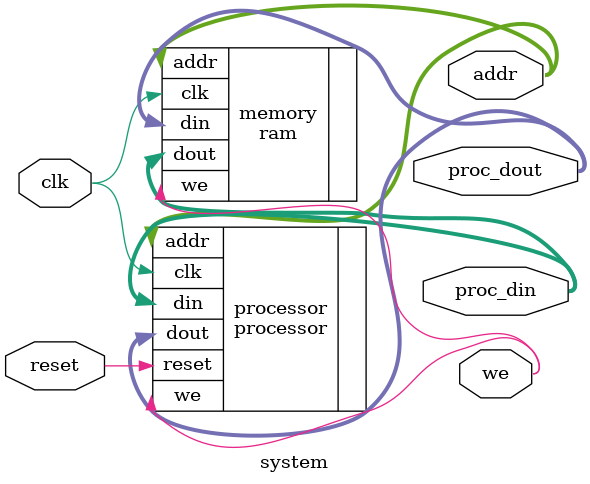
<source format=v>
module system (
   input          clk,
   input          reset,
   output  [15:0] proc_din,
   output  [15:0] addr,
   output  [15:0] proc_dout,
   output         we
   );
      
   processor processor (
      .clk     (clk      ),
      .reset   (reset    ),
      .din     (proc_din ),
      .addr    (addr     ),
      .dout    (proc_dout),
      .we      (we       )
   );
   
   ram memory (
      .clk     (clk      ),
      .addr    (addr     ),
      .din     (proc_dout),
      .we      (we       ),
      .dout    (proc_din )
   );
   
endmodule
   
</source>
